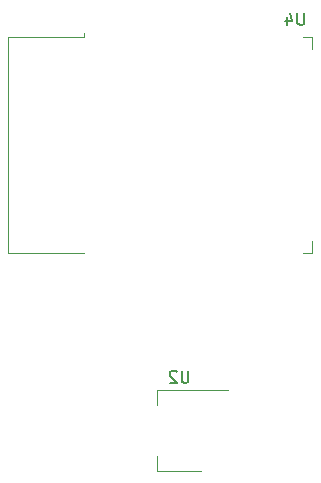
<source format=gbr>
%TF.GenerationSoftware,KiCad,Pcbnew,7.0.8*%
%TF.CreationDate,2023-10-31T00:38:55-07:00*%
%TF.ProjectId,PZEM-Single LPKF - R1,505a454d-2d53-4696-9e67-6c65204c504b,rev?*%
%TF.SameCoordinates,Original*%
%TF.FileFunction,Legend,Bot*%
%TF.FilePolarity,Positive*%
%FSLAX46Y46*%
G04 Gerber Fmt 4.6, Leading zero omitted, Abs format (unit mm)*
G04 Created by KiCad (PCBNEW 7.0.8) date 2023-10-31 00:38:55*
%MOMM*%
%LPD*%
G01*
G04 APERTURE LIST*
%ADD10C,0.150000*%
%ADD11C,0.120000*%
G04 APERTURE END LIST*
D10*
X19576904Y87335180D02*
X19576904Y86525657D01*
X19576904Y86525657D02*
X19529285Y86430419D01*
X19529285Y86430419D02*
X19481666Y86382800D01*
X19481666Y86382800D02*
X19386428Y86335180D01*
X19386428Y86335180D02*
X19195952Y86335180D01*
X19195952Y86335180D02*
X19100714Y86382800D01*
X19100714Y86382800D02*
X19053095Y86430419D01*
X19053095Y86430419D02*
X19005476Y86525657D01*
X19005476Y86525657D02*
X19005476Y87335180D01*
X18100714Y87001847D02*
X18100714Y86335180D01*
X18338809Y87382800D02*
X18576904Y86668514D01*
X18576904Y86668514D02*
X17957857Y86668514D01*
X9761904Y57045180D02*
X9761904Y56235657D01*
X9761904Y56235657D02*
X9714285Y56140419D01*
X9714285Y56140419D02*
X9666666Y56092800D01*
X9666666Y56092800D02*
X9571428Y56045180D01*
X9571428Y56045180D02*
X9380952Y56045180D01*
X9380952Y56045180D02*
X9285714Y56092800D01*
X9285714Y56092800D02*
X9238095Y56140419D01*
X9238095Y56140419D02*
X9190476Y56235657D01*
X9190476Y56235657D02*
X9190476Y57045180D01*
X8761904Y56949942D02*
X8714285Y56997561D01*
X8714285Y56997561D02*
X8619047Y57045180D01*
X8619047Y57045180D02*
X8380952Y57045180D01*
X8380952Y57045180D02*
X8285714Y56997561D01*
X8285714Y56997561D02*
X8238095Y56949942D01*
X8238095Y56949942D02*
X8190476Y56854704D01*
X8190476Y56854704D02*
X8190476Y56759466D01*
X8190476Y56759466D02*
X8238095Y56616609D01*
X8238095Y56616609D02*
X8809523Y56045180D01*
X8809523Y56045180D02*
X8190476Y56045180D01*
D11*
%TO.C,U4*%
X20265000Y85300000D02*
X20265000Y84300000D01*
X19485000Y85300000D02*
X20265000Y85300000D01*
X940000Y85300000D02*
X940000Y85680000D01*
X-5475000Y85300000D02*
X940000Y85300000D01*
X-5475000Y85300000D02*
X-5475000Y67060000D01*
X20265000Y67060000D02*
X20265000Y68060000D01*
X19485000Y67060000D02*
X20265000Y67060000D01*
X-5475000Y67060000D02*
X940000Y67060000D01*
%TO.C,U2*%
X13100000Y55410000D02*
X7090000Y55410000D01*
X10850000Y48590000D02*
X7090000Y48590000D01*
X7090000Y48590000D02*
X7090000Y49850000D01*
X7090000Y55410000D02*
X7090000Y54150000D01*
%TD*%
M02*

</source>
